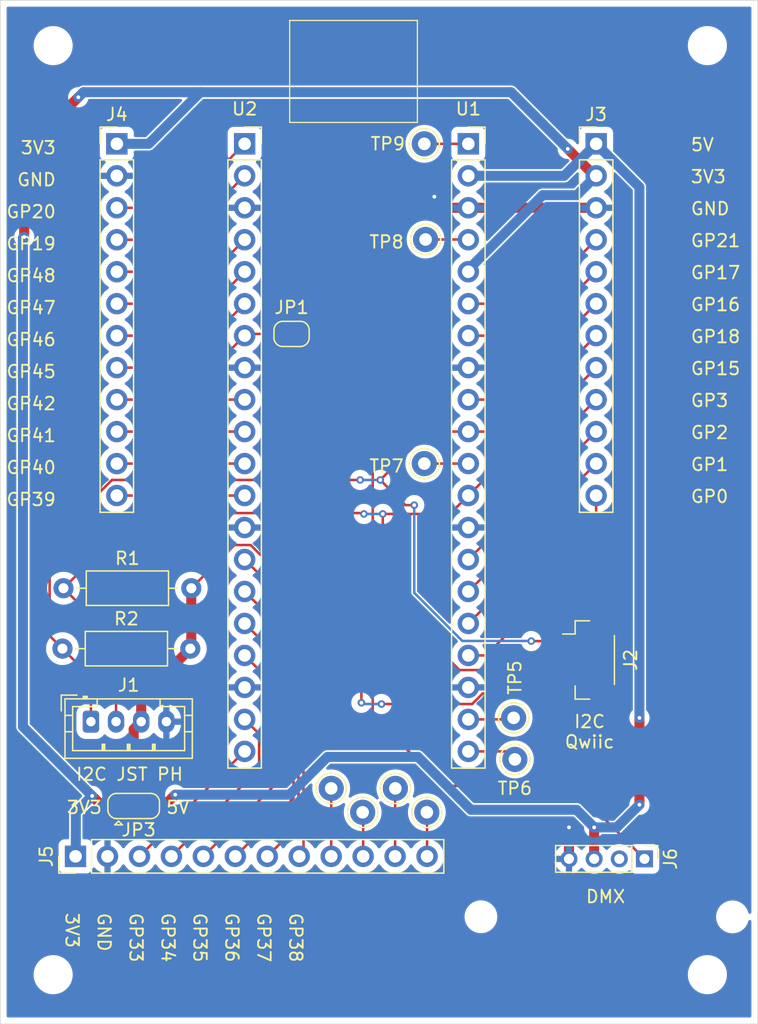
<source format=kicad_pcb>
(kicad_pcb (version 20240108) (generator "pcbnew") (generator_version "8.0")
  (layers (0 "F.Cu" signal) (31 "B.Cu" signal) (34 "B.Paste" user) (35 "F.Paste" user) (36 "B.SilkS" user "B.Silkscreen") (37 "F.SilkS" user "F.Silkscreen") (38 "B.Mask" user) (39 "F.Mask" user) (44 "Edge.Cuts" user))
  (net 0 "")
  (net 1 "+3V3")
  (net 2 "/GP2")
  (net 3 "GND")
  (net 4 "/GP15")
  (net 5 "/GP0")
  (net 6 "/GP18")
  (net 7 "/GP16")
  (net 8 "+5V")
  (net 9 "/GP1")
  (net 10 "/GP3")
  (net 11 "/GP17")
  (net 12 "/GP21")
  (net 13 "/GP20")
  (net 14 "/GP38")
  (net 15 "/GP41")
  (net 16 "/GP48")
  (net 17 "/GP34")
  (net 18 "/GP40")
  (net 19 "/GP36")
  (net 20 "/GP45")
  (net 21 "/GP37")
  (net 22 "/GP35")
  (net 23 "/GP42")
  (net 24 "/GP39")
  (net 25 "/GP47")
  (net 26 "/GP46")
  (net 27 "/GP19")
  (net 28 "/GP33")
  (net 29 "Net-(J6-Pin_1)")
  (net 31 "/I2C_VCC")
  (net 32 "Net-(J5-Pin_11)")
  (net 33 "Net-(J5-Pin_12)")
  (net 34 "Net-(J5-Pin_9)")
  (net 35 "Net-(J5-Pin_10)")
  (net 36 "Net-(U1-U0RXD)")
  (net 37 "Net-(U1-U0TXD)")
  (net 38 "Net-(U1-CHP_UP)")
  (net 39 "Net-(U1-3V3_EN)")
  (net 40 "Net-(U1-VBUS)")
  (footprint "MountingHole:MountingHole_2.7mm_M2.5_DIN965" (layer "F.Cu") (at 131 142)
    (property "Reference" "REF**" (hide yes))
    (property "Value" "MountingHole_2.7mm_M2.5_DIN965" (hide yes))
    (pad "" np_thru_hole circle (at 0 0) (size 2.7 2.7) (drill 2.7) (layers "F&B.Cu" "*.Mask"))
  )
  (footprint "TestPoint:TestPoint_THTPad_D2.0mm_Drill1.0mm" (layer "F.Cu") (at 108.5 76)
    (property "Reference" "TP9" (at -2.9 0 0) (layer "F.SilkS"))
    (property "Value" "TestPoint" (hide yes))
    (fp_circle (center 0 0) (end 0 1.2) (stroke (width 0.12)) (fill none) (layer "F.SilkS"))
    (pad "1" thru_hole circle (at 0 0) (size 2 2) (drill 1) (layers "*.Cu" "*.Mask") (net 40 "Net-(U1-VBUS)"))
  )
  (footprint "Resistor_THT:R_Axial_DIN0207_L6.3mm_D2.5mm_P10.16mm_Horizontal" (layer "F.Cu") (at 79.82 111.3)
    (property "Reference" "R1" (at 5.08 -2.37 0) (layer "F.SilkS"))
    (property "Value" "R")
    (fp_line (start 1.04 0) (end 1.81 0) (stroke (width 0.12)) (layer "F.SilkS"))
    (fp_line (start 1.81 -1.37) (end 1.81 1.37) (stroke (width 0.12)) (layer "F.SilkS"))
    (fp_line (start 1.81 1.37) (end 8.35 1.37) (stroke (width 0.12)) (layer "F.SilkS"))
    (fp_line (start 8.35 -1.37) (end 1.81 -1.37) (stroke (width 0.12)) (layer "F.SilkS"))
    (fp_line (start 8.35 1.37) (end 8.35 -1.37) (stroke (width 0.12)) (layer "F.SilkS"))
    (fp_line (start 9.12 0) (end 8.35 0) (stroke (width 0.12)) (layer "F.SilkS"))
    (pad "1" thru_hole circle (at 0 0) (size 1.6 1.6) (drill 0.8) (layers "*.Cu" "*.Mask") (net 4 "/GP15"))
    (pad "2" thru_hole oval (at 10.16 0) (size 1.6 1.6) (drill 0.8) (layers "*.Cu" "*.Mask") (net 31 "/I2C_VCC"))
  )
  (footprint "TestPoint:TestPoint_THTPad_D2.0mm_Drill1.0mm" (layer "F.Cu") (at 115.7 124.9)
    (property "Reference" "TP6" (at 0 2.3 0) (layer "F.SilkS"))
    (property "Value" "TestPoint" (hide yes))
    (fp_circle (center 0 0) (end 0 1.2) (stroke (width 0.12)) (fill none) (layer "F.SilkS"))
    (pad "1" thru_hole circle (at 0 0) (size 2 2) (drill 1) (layers "*.Cu" "*.Mask") (net 37 "Net-(U1-U0TXD)"))
  )
  (footprint "Connector_PinHeader_2.00mm:PinHeader_1x04_P2.00mm_Vertical" (layer "F.Cu") (at 126 132.8 -90)
    (property "Reference" "J6" (at 0 -2.06 90) (layer "F.SilkS"))
    (property "Value" "DMX_4PIN_2MM" (hide yes))
    (fp_line (start -1.06 7.06) (end 1.06 7.06) (stroke (width 0.12)) (layer "F.SilkS"))
    (fp_line (start -1.06 1) (end -1.06 7.06) (stroke (width 0.12)) (layer "F.SilkS"))
    (fp_line (start -1.06 1) (end 1.06 1) (stroke (width 0.12)) (layer "F.SilkS"))
    (fp_line (start 1.06 1) (end 1.06 7.06) (stroke (width 0.12)) (layer "F.SilkS"))
    (fp_line (start -1.06 0) (end -1.06 -1.06) (stroke (width 0.12)) (layer "F.SilkS"))
    (fp_line (start -1.06 -1.06) (end 0 -1.06) (stroke (width 0.12)) (layer "F.SilkS"))
    (pad "1" thru_hole rect (at 0 0 270) (size 1.35 1.35) (drill 0.8) (layers "*.Cu" "*.Mask") (net 29 "Net-(J6-Pin_1)"))
    (pad "2" thru_hole oval (at 0 2 270) (size 1.35 1.35) (drill 0.8) (layers "*.Cu" "*.Mask"))
    (pad "3" thru_hole oval (at 0 4 270) (size 1.35 1.35) (drill 0.8) (layers "*.Cu" "*.Mask") (net 8 "+5V"))
    (pad "4" thru_hole oval (at 0 6 270) (size 1.35 1.35) (drill 0.8) (layers "*.Cu" "*.Mask") (net 3 "GND"))
  )
  (footprint "Connector_PinSocket_2.54mm:PinSocket_1x20_P2.54mm_Vertical" (layer "F.Cu") (at 112 76)
    (property "Reference" "U1" (at 0 -2.77 0) (layer "F.SilkS"))
    (property "Value" "~")
    (fp_line (start -1.33 1.27) (end -1.33 49.59) (stroke (width 0.12)) (layer "F.SilkS"))
    (fp_line (start -1.33 1.27) (end 1.33 1.27) (stroke (width 0.12)) (layer "F.SilkS"))
    (fp_line (start -1.33 49.59) (end 1.33 49.59) (stroke (width 0.12)) (layer "F.SilkS"))
    (fp_line (start 0 -1.33) (end 1.33 -1.33) (stroke (width 0.12)) (layer "F.SilkS"))
    (fp_line (start 1.33 -1.33) (end 1.33 0) (stroke (width 0.12)) (layer "F.SilkS"))
    (fp_line (start 1.33 1.27) (end 1.33 49.59) (stroke (width 0.12)) (layer "F.SilkS"))
    (pad "1" thru_hole rect (at 0 0) (size 1.7 1.7) (drill 1) (layers "*.Cu" "*.Mask") (net 40 "Net-(U1-VBUS)"))
    (pad "2" thru_hole oval (at 0 2.54) (size 1.7 1.7) (drill 1) (layers "*.Cu" "*.Mask") (net 8 "+5V"))
    (pad "3" thru_hole oval (at 0 5.08) (size 1.7 1.7) (drill 1) (layers "*.Cu" "*.Mask") (net 3 "GND"))
    (pad "4" thru_hole oval (at 0 7.62) (size 1.7 1.7) (drill 1) (layers "*.Cu" "*.Mask") (net 39 "Net-(U1-3V3_EN)"))
    (pad "5" thru_hole oval (at 0 10.16) (size 1.7 1.7) (drill 1) (layers "*.Cu" "*.Mask") (net 1 "+3V3"))
    (pad "6" thru_hole oval (at 0 12.7) (size 1.7 1.7) (drill 1) (layers "*.Cu" "*.Mask") (net 12 "/GP21"))
    (pad "7" thru_hole oval (at 0 15.24) (size 1.7 1.7) (drill 1) (layers "*.Cu" "*.Mask") (net 11 "/GP17"))
    (pad "8" thru_hole oval (at 0 17.78) (size 1.7 1.7) (drill 1) (layers "*.Cu" "*.Mask") (net 3 "GND"))
    (pad "9" thru_hole oval (at 0 20.32) (size 1.7 1.7) (drill 1) (layers "*.Cu" "*.Mask") (net 7 "/GP16"))
    (pad "10" thru_hole oval (at 0 22.86) (size 1.7 1.7) (drill 1) (layers "*.Cu" "*.Mask") (net 6 "/GP18"))
    (pad "11" thru_hole oval (at 0 25.4) (size 1.7 1.7) (drill 1) (layers "*.Cu" "*.Mask") (net 38 "Net-(U1-CHP_UP)"))
    (pad "12" thru_hole oval (at 0 27.94) (size 1.7 1.7) (drill 1) (layers "*.Cu" "*.Mask") (net 4 "/GP15"))
    (pad "13" thru_hole oval (at 0 30.48) (size 1.7 1.7) (drill 1) (layers "*.Cu" "*.Mask") (net 3 "GND"))
    (pad "14" thru_hole oval (at 0 33.02) (size 1.7 1.7) (drill 1) (layers "*.Cu" "*.Mask") (net 10 "/GP3"))
    (pad "15" thru_hole oval (at 0 35.56) (size 1.7 1.7) (drill 1) (layers "*.Cu" "*.Mask") (net 2 "/GP2"))
    (pad "16" thru_hole oval (at 0 38.1) (size 1.7 1.7) (drill 1) (layers "*.Cu" "*.Mask") (net 9 "/GP1"))
    (pad "17" thru_hole oval (at 0 40.64) (size 1.7 1.7) (drill 1) (layers "*.Cu" "*.Mask") (net 5 "/GP0"))
    (pad "18" thru_hole oval (at 0 43.18) (size 1.7 1.7) (drill 1) (layers "*.Cu" "*.Mask") (net 3 "GND"))
    (pad "19" thru_hole oval (at 0 45.72) (size 1.7 1.7) (drill 1) (layers "*.Cu" "*.Mask") (net 36 "Net-(U1-U0RXD)"))
    (pad "20" thru_hole oval (at 0 48.26) (size 1.7 1.7) (drill 1) (layers "*.Cu" "*.Mask") (net 37 "Net-(U1-U0TXD)"))
  )
  (footprint "" (layer "F.Cu") (at 132.9961 137.408431 180)
    (property "Reference" "" (at 0 0 180) (layer "F.SilkS") (effects (font (size 1.27 1.27))))
    (property "Value" "")
    (pad "" np_thru_hole circle (at 0 0 270) (size 2.2 2.2) (drill 2.2) (layers "F&B.Cu" "*.Mask"))
  )
  (footprint "Connector_PinSocket_2.54mm:PinSocket_1x20_P2.54mm_Vertical" (layer "F.Cu") (at 94.22 76)
    (property "Reference" "U2" (at 0 -2.77 0) (layer "F.SilkS"))
    (property "Value" "~")
    (fp_line (start -1.33 1.27) (end -1.33 49.59) (stroke (width 0.12)) (layer "F.SilkS"))
    (fp_line (start -1.33 1.27) (end 1.33 1.27) (stroke (width 0.12)) (layer "F.SilkS"))
    (fp_line (start -1.33 49.59) (end 1.33 49.59) (stroke (width 0.12)) (layer "F.SilkS"))
    (fp_line (start 0 -1.33) (end 1.33 -1.33) (stroke (width 0.12)) (layer "F.SilkS"))
    (fp_line (start 1.33 -1.33) (end 1.33 0) (stroke (width 0.12)) (layer "F.SilkS"))
    (fp_line (start 1.33 1.27) (end 1.33 49.59) (stroke (width 0.12)) (layer "F.SilkS"))
    (pad "1" thru_hole rect (at 0 0) (size 1.7 1.7) (drill 1) (layers "*.Cu" "*.Mask") (net 13 "/GP20"))
    (pad "2" thru_hole oval (at 0 2.54) (size 1.7 1.7) (drill 1) (layers "*.Cu" "*.Mask") (net 27 "/GP19"))
    (pad "3" thru_hole oval (at 0 5.08) (size 1.7 1.7) (drill 1) (layers "*.Cu" "*.Mask") (net 3 "GND"))
    (pad "4" thru_hole oval (at 0 7.62) (size 1.7 1.7) (drill 1) (layers "*.Cu" "*.Mask") (net 16 "/GP48"))
    (pad "5" thru_hole oval (at 0 10.16) (size 1.7 1.7) (drill 1) (layers "*.Cu" "*.Mask") (net 25 "/GP47"))
    (pad "6" thru_hole oval (at 0 12.7) (size 1.7 1.7) (drill 1) (layers "*.Cu" "*.Mask") (net 26 "/GP46"))
    (pad "7" thru_hole oval (at 0 15.24) (size 1.7 1.7) (drill 1) (layers "*.Cu" "*.Mask") (net 20 "/GP45"))
    (pad "8" thru_hole oval (at 0 17.78) (size 1.7 1.7) (drill 1) (layers "*.Cu" "*.Mask") (net 3 "GND"))
    (pad "9" thru_hole oval (at 0 20.32) (size 1.7 1.7) (drill 1) (layers "*.Cu" "*.Mask") (net 23 "/GP42"))
    (pad "10" thru_hole oval (at 0 22.86) (size 1.7 1.7) (drill 1) (layers "*.Cu" "*.Mask") (net 15 "/GP41"))
    (pad "11" thru_hole oval (at 0 25.4) (size 1.7 1.7) (drill 1) (layers "*.Cu" "*.Mask") (net 18 "/GP40"))
    (pad "12" thru_hole oval (at 0 27.94) (size 1.7 1.7) (drill 1) (layers "*.Cu" "*.Mask") (net 24 "/GP39"))
    (pad "13" thru_hole oval (at 0 30.48) (size 1.7 1.7) (drill 1) (layers "*.Cu" "*.Mask") (net 3 "GND"))
    (pad "14" thru_hole oval (at 0 33.02) (size 1.7 1.7) (drill 1) (layers "*.Cu" "*.Mask") (net 14 "/GP38"))
    (pad "15" thru_hole oval (at 0 35.56) (size 1.7 1.7) (drill 1) (layers "*.Cu" "*.Mask") (net 21 "/GP37"))
    (pad "16" thru_hole oval (at 0 38.1) (size 1.7 1.7) (drill 1) (layers "*.Cu" "*.Mask") (net 19 "/GP36"))
    (pad "17" thru_hole oval (at 0 40.64) (size 1.7 1.7) (drill 1) (layers "*.Cu" "*.Mask") (net 22 "/GP35"))
    (pad "18" thru_hole oval (at 0 43.18) (size 1.7 1.7) (drill 1) (layers "*.Cu" "*.Mask") (net 3 "GND"))
    (pad "19" thru_hole oval (at 0 45.72) (size 1.7 1.7) (drill 1) (layers "*.Cu" "*.Mask") (net 17 "/GP34"))
    (pad "20" thru_hole oval (at 0 48.26) (size 1.7 1.7) (drill 1) (layers "*.Cu" "*.Mask") (net 28 "/GP33"))
  )
  (footprint "MountingHole:MountingHole_2.7mm_M2.5_DIN965" (layer "F.Cu") (at 131 68.2)
    (property "Reference" "REF**" (hide yes))
    (property "Value" "MountingHole_2.7mm_M2.5_DIN965" (hide yes))
    (pad "" np_thru_hole circle (at 0 0) (size 2.7 2.7) (drill 2.7) (layers "F&B.Cu" "*.Mask"))
  )
  (footprint "TestPoint:TestPoint_THTPad_D2.0mm_Drill1.0mm" (layer "F.Cu") (at 108.7 129.1)
    (property "Reference" "TP4" (hide yes))
    (property "Value" "TestPoint" (hide yes))
    (fp_circle (center 0 0) (end 0 1.2) (stroke (width 0.12)) (fill none) (layer "F.SilkS"))
    (pad "1" thru_hole circle (at 0 0) (size 2 2) (drill 1) (layers "*.Cu" "*.Mask") (net 33 "Net-(J5-Pin_12)"))
  )
  (footprint "Resistor_THT:R_Axial_DIN0207_L6.3mm_D2.5mm_P10.16mm_Horizontal" (layer "F.Cu") (at 79.74 116.1)
    (property "Reference" "R2" (at 5.08 -2.37 0) (layer "F.SilkS"))
    (property "Value" "R")
    (fp_line (start 1.04 0) (end 1.81 0) (stroke (width 0.12)) (layer "F.SilkS"))
    (fp_line (start 1.81 -1.37) (end 1.81 1.37) (stroke (width 0.12)) (layer "F.SilkS"))
    (fp_line (start 1.81 1.37) (end 8.35 1.37) (stroke (width 0.12)) (layer "F.SilkS"))
    (fp_line (start 8.35 -1.37) (end 1.81 -1.37) (stroke (width 0.12)) (layer "F.SilkS"))
    (fp_line (start 8.35 1.37) (end 8.35 -1.37) (stroke (width 0.12)) (layer "F.SilkS"))
    (fp_line (start 9.12 0) (end 8.35 0) (stroke (width 0.12)) (layer "F.SilkS"))
    (pad "1" thru_hole circle (at 0 0) (size 1.6 1.6) (drill 0.8) (layers "*.Cu" "*.Mask") (net 6 "/GP18"))
    (pad "2" thru_hole oval (at 10.16 0) (size 1.6 1.6) (drill 0.8) (layers "*.Cu" "*.Mask") (net 31 "/I2C_VCC"))
  )
  (footprint "TestPoint:TestPoint_THTPad_D2.0mm_Drill1.0mm" (layer "F.Cu") (at 106.2 127.2)
    (property "Reference" "TP3" (hide yes))
    (property "Value" "TestPoint" (hide yes))
    (fp_circle (center 0 0) (end 0 1.2) (stroke (width 0.12)) (fill none) (layer "F.SilkS"))
    (pad "1" thru_hole circle (at 0 0) (size 2 2) (drill 1) (layers "*.Cu" "*.Mask") (net 32 "Net-(J5-Pin_11)"))
  )
  (footprint "Connector_JST:JST_PH_B4B-PH-K_1x04_P2.00mm_Vertical" (layer "F.Cu") (at 82 121.9)
    (property "Reference" "J1" (at 3 -2.9 0) (layer "F.SilkS"))
    (property "Value" "JST_PH_4PIN" (hide yes))
    (fp_line (start -2.36 -2.11) (end -2.36 -0.86) (stroke (width 0.12)) (layer "F.SilkS"))
    (fp_line (start -2.06 -1.81) (end -2.06 2.91) (stroke (width 0.12)) (layer "F.SilkS"))
    (fp_line (start -2.06 -0.5) (end -1.45 -0.5) (stroke (width 0.12)) (layer "F.SilkS"))
    (fp_line (start -2.06 0.8) (end -1.45 0.8) (stroke (width 0.12)) (layer "F.SilkS"))
    (fp_line (start -2.06 2.91) (end 8.06 2.91) (stroke (width 0.12)) (layer "F.SilkS"))
    (fp_line (start -1.45 -1.2) (end -1.45 2.3) (stroke (width 0.12)) (layer "F.SilkS"))
    (fp_line (start -1.45 2.3) (end 7.45 2.3) (stroke (width 0.12)) (layer "F.SilkS"))
    (fp_line (start -1.11 -2.11) (end -2.36 -2.11) (stroke (width 0.12)) (layer "F.SilkS"))
    (fp_line (start -0.6 -2.01) (end -0.6 -1.81) (stroke (width 0.12)) (layer "F.SilkS"))
    (fp_line (start -0.3 -2.01) (end -0.6 -2.01) (stroke (width 0.12)) (layer "F.SilkS"))
    (fp_line (start -0.3 -1.91) (end -0.6 -1.91) (stroke (width 0.12)) (layer "F.SilkS"))
    (fp_line (start -0.3 -1.81) (end -0.3 -2.01) (stroke (width 0.12)) (layer "F.SilkS"))
    (fp_line (start 0.5 -1.81) (end 0.5 -1.2) (stroke (width 0.12)) (layer "F.SilkS"))
    (fp_line (start 0.5 -1.2) (end -1.45 -1.2) (stroke (width 0.12)) (layer "F.SilkS"))
    (fp_line (start 0.9 1.8) (end 1.1 1.8) (stroke (width 0.12)) (layer "F.SilkS"))
    (fp_line (start 0.9 2.3) (end 0.9 1.8) (stroke (width 0.12)) (layer "F.SilkS"))
    (fp_line (start 1 2.3) (end 1 1.8) (stroke (width 0.12)) (layer "F.SilkS"))
    (fp_line (start 1.1 1.8) (end 1.1 2.3) (stroke (width 0.12)) (layer "F.SilkS"))
    (fp_line (start 2.9 1.8) (end 3.1 1.8) (stroke (width 0.12)) (layer "F.SilkS"))
    (fp_line (start 2.9 2.3) (end 2.9 1.8) (stroke (width 0.12)) (layer "F.SilkS"))
    (fp_line (start 3 2.3) (end 3 1.8) (stroke (width 0.12)) (layer "F.SilkS"))
    (fp_line (start 3.1 1.8) (end 3.1 2.3) (stroke (width 0.12)) (layer "F.SilkS"))
    (fp_line (start 4.9 1.8) (end 5.1 1.8) (stroke (width 0.12)) (layer "F.SilkS"))
    (fp_line (start 4.9 2.3) (end 4.9 1.8) (stroke (width 0.12)) (layer "F.SilkS"))
    (fp_line (start 5 2.3) (end 5 1.8) (stroke (width 0.12)) (layer "F.SilkS"))
    (fp_line (start 5.1 1.8) (end 5.1 2.3) (stroke (width 0.12)) (layer "F.SilkS"))
    (fp_line (start 5.5 -1.2) (end 5.5 -1.81) (stroke (width 0.12)) (layer "F.SilkS"))
    (fp_line (start 7.45 -1.2) (end 5.5 -1.2) (stroke (width 0.12)) (layer "F.SilkS"))
    (fp_line (start 7.45 2.3) (end 7.45 -1.2) (stroke (width 0.12)) (layer "F.SilkS"))
    (fp_line (start 8.06 -1.81) (end -2.06 -1.81) (stroke (width 0.12)) (layer "F.SilkS"))
    (fp_line (start 8.06 -0.5) (end 7.45 -0.5) (stroke (width 0.12)) (layer "F.SilkS"))
    (fp_line (start 8.06 0.8) (end 7.45 0.8) (stroke (width 0.12)) (layer "F.SilkS"))
    (fp_line (start 8.06 2.91) (end 8.06 -1.81) (stroke (width 0.12)) (layer "F.SilkS"))
    (pad "1" thru_hole roundrect (at 0 0) (size 1.3 1.75) (drill 0.75) (layers "*.Cu" "*.Mask") (roundrect_rratio 0.208333) (net 6 "/GP18"))
    (pad "2" thru_hole oval (at 2 0) (size 1.3 1.75) (drill 0.75) (layers "*.Cu" "*.Mask") (net 4 "/GP15"))
    (pad "3" thru_hole oval (at 4 0) (size 1.3 1.75) (drill 0.75) (layers "*.Cu" "*.Mask") (net 31 "/I2C_VCC"))
    (pad "4" thru_hole oval (at 6 0) (size 1.3 1.75) (drill 0.75) (layers "*.Cu" "*.Mask") (net 3 "GND"))
  )
  (footprint "TestPoint:TestPoint_THTPad_D2.0mm_Drill1.0mm" (layer "F.Cu") (at 108.6 83.6)
    (property "Reference" "TP8" (at -3.1 0.2 0) (layer "F.SilkS"))
    (property "Value" "TestPoint" (hide yes))
    (fp_circle (center 0 0) (end 0 1.2) (stroke (width 0.12)) (fill none) (layer "F.SilkS"))
    (pad "1" thru_hole circle (at 0 0) (size 2 2) (drill 1) (layers "*.Cu" "*.Mask") (net 39 "Net-(U1-3V3_EN)"))
  )
  (footprint "Jumper:SolderJumper-2_P1.3mm_Bridged_RoundedPad1.0x1.5mm" (layer "F.Cu") (at 97.95 91.1 180)
    (property "Reference" "JP1" (at 0 2.1 180) (layer "F.SilkS"))
    (property "Value" "SolderJumper_2_Bridged" (hide yes))
    (fp_poly (pts (xy 0.25 -0.3) (xy -0.25 -0.3) (xy -0.25 0.3) (xy 0.25 0.3)) (fill solid) (layer "F.Cu"))
    (fp_line (start 1.4 -0.3) (end 1.4 0.3) (stroke (width 0.12)) (layer "F.SilkS"))
    (fp_line (start 0.7 1) (end -0.7 1) (stroke (width 0.12)) (layer "F.SilkS"))
    (fp_line (start -0.7 -1) (end 0.7 -1) (stroke (width 0.12)) (layer "F.SilkS"))
    (fp_line (start -1.4 0.3) (end -1.4 -0.3) (stroke (width 0.12)) (layer "F.SilkS"))
    (fp_arc (start 1.4 0.3) (mid 1.194975 0.794975) (end 0.7 1) (stroke (width 0.12)) (layer "F.SilkS"))
    (fp_arc (start 0.7 -1) (mid 1.194975 -0.794975) (end 1.4 -0.3) (stroke (width 0.12)) (layer "F.SilkS"))
    (fp_arc (start -0.7 1) (mid -1.194975 0.794975) (end -1.4 0.3) (stroke (width 0.12)) (layer "F.SilkS"))
    (fp_arc (start -1.4 -0.3) (mid -1.194975 -0.794975) (end -0.7 -1) (stroke (width 0.12)) (layer "F.SilkS"))
    (pad "1" smd custom (at -0.65 0 180) (size 1 0.5) (layers "F.Cu" "F.Mask") (net 29 "Net-(J6-Pin_1)") (options (clearance outline) (anchor rect)) (primitives (gr_circle (center 0 0.25) (end 0.5 0.25) (width 0) (fill yes)) (gr_circle (center 0 -0.25) (end 0.5 -0.25) (width 0) (fill yes)) (gr_poly (pts (xy 0.5 0.75) (xy 0 0.75) (xy 0 -0.75) (xy 0.5 -0.75)) (width 0) (fill yes))))
    (pad "2" smd custom (at 0.65 0 180) (size 1 0.5) (layers "F.Cu" "F.Mask") (net 20 "/GP45") (options (clearance outline) (anchor rect)) (primitives (gr_circle (center 0 0.25) (end 0.5 0.25) (width 0) (fill yes)) (gr_circle (center 0 -0.25) (end 0.5 -0.25) (width 0) (fill yes)) (gr_poly (pts (xy 0 0.75) (xy -0.5 0.75) (xy -0.5 -0.75) (xy 0 -0.75)) (width 0) (fill yes))))
  )
  (footprint "MountingHole:MountingHole_2.7mm_M2.5_DIN965" (layer "F.Cu") (at 79 68.2)
    (property "Reference" "REF**" (hide yes))
    (property "Value" "MountingHole_2.7mm_M2.5_DIN965" (hide yes))
    (pad "" np_thru_hole circle (at 0 0) (size 2.7 2.7) (drill 2.7) (layers "*.Cu" "*.Mask"))
  )
  (footprint "TestPoint:TestPoint_THTPad_D2.0mm_Drill1.0mm" (layer "F.Cu") (at 108.5 101.4)
    (property "Reference" "TP7" (at -3 0.2 0) (layer "F.SilkS"))
    (property "Value" "TestPoint" (hide yes))
    (fp_circle (center 0 0) (end 0 1.2) (stroke (width 0.12)) (fill none) (layer "F.SilkS"))
    (pad "1" thru_hole circle (at 0 0) (size 2 2) (drill 1) (layers "*.Cu" "*.Mask") (net 38 "Net-(U1-CHP_UP)"))
  )
  (footprint "MountingHole:MountingHole_2.7mm_M2.5_DIN965" (layer "F.Cu") (at 79 142)
    (property "Reference" "REF**" (hide yes))
    (property "Value" "MountingHole_2.7mm_M2.5_DIN965" (hide yes))
    (pad "" np_thru_hole circle (at 0 0) (size 2.7 2.7) (drill 2.7) (layers "F&B.Cu" "*.Mask"))
  )
  (footprint "TestPoint:TestPoint_THTPad_D2.0mm_Drill1.0mm" (layer "F.Cu") (at 103.6 129.1)
    (property "Reference" "TP2" (hide yes))
    (property "Value" "TestPoint" (hide yes))
    (fp_circle (center 0 0) (end 0 1.2) (stroke (width 0.12)) (fill none) (layer "F.SilkS"))
    (pad "1" thru_hole circle (at 0 0) (size 2 2) (drill 1) (layers "*.Cu" "*.Mask") (net 35 "Net-(J5-Pin_10)"))
  )
  (footprint "Connector_JST:JST_SH_BM04B-SRSS-TB_1x04-1MP_P1.00mm_Vertical" (layer "F.Cu") (at 121.6 117 -90)
    (property "Reference" "J2" (at 0 -3.3 90) (layer "F.SilkS"))
    (property "Value" "JST_SH_4PIN")
    (fp_line (start -3.11 1.11) (end -2.06 1.11) (stroke (width 0.12)) (layer "F.SilkS"))
    (fp_line (start -2.06 1.11) (end -2.06 2.1) (stroke (width 0.12)) (layer "F.SilkS"))
    (fp_line (start 3.11 1.11) (end 2.06 1.11) (stroke (width 0.12)) (layer "F.SilkS"))
    (fp_line (start -3.11 -0.04) (end -3.11 1.11) (stroke (width 0.12)) (layer "F.SilkS"))
    (fp_line (start 3.11 -0.04) (end 3.11 1.11) (stroke (width 0.12)) (layer "F.SilkS"))
    (fp_line (start -1.94 -2.01) (end 1.94 -2.01) (stroke (width 0.12)) (layer "F.SilkS"))
    (pad "1" smd roundrect (at -1.5 1.325 270) (size 0.6 1.55) (layers "F.Cu" "F.Paste" "F.Mask") (net 6 "/GP18"))
    (pad "2" smd roundrect (at -0.5 1.325 270) (size 0.6 1.55) (layers "F.Cu" "F.Paste" "F.Mask") (net 4 "/GP15"))
    (pad "3" smd roundrect (at 0.5 1.325 270) (size 0.6 1.55) (layers "F.Cu" "F.Paste" "F.Mask") (net 31 "/I2C_VCC"))
    (pad "4" smd roundrect (at 1.5 1.325 270) (size 0.6 1.55) (layers "F.Cu" "F.Paste" "F.Mask") (net 3 "GND"))
    (pad "MP" smd roundrect (at -2.8 -1.2 270) (size 1.2 1.8) (layers "F.Cu" "F.Paste" "F.Mask") (roundrect_rratio 0.208333))
    (pad "MP" smd roundrect (at 2.8 -1.2 270) (size 1.2 1.8) (layers "F.Cu" "F.Paste" "F.Mask") (roundrect_rratio 0.208333))
  )
  (footprint "" (layer "F.Cu") (at 113.000517 137.399351 180)
    (property "Reference" "" (at 0 0 180) (layer "F.SilkS") (effects (font (size 1.27 1.27))))
    (property "Value" "")
    (pad "" np_thru_hole circle (at 0 0 270) (size 2.2 2.2) (drill 2.2) (layers "F&B.Cu" "*.Mask"))
  )
  (footprint "Connector_PinHeader_2.54mm:PinHeader_1x12_P2.54mm_Vertical" (layer "F.Cu") (at 122.16 76)
    (property "Reference" "J3" (at 0 -2.33 0) (layer "F.SilkS"))
    (property "Value" "IO1")
    (fp_line (start -1.33 -1.33) (end 0 -1.33) (stroke (width 0.12)) (layer "F.SilkS"))
    (fp_line (start -1.33 0) (end -1.33 -1.33) (stroke (width 0.12)) (layer "F.SilkS"))
    (fp_line (start -1.33 1.27) (end -1.33 29.27) (stroke (width 0.12)) (layer "F.SilkS"))
    (fp_line (start -1.33 1.27) (end 1.33 1.27) (stroke (width 0.12)) (layer "F.SilkS"))
    (fp_line (start -1.33 29.27) (end 1.33 29.27) (stroke (width 0.12)) (layer "F.SilkS"))
    (fp_line (start 1.33 1.27) (end 1.33 29.27) (stroke (width 0.12)) (layer "F.SilkS"))
    (pad "1" thru_hole rect (at 0 0) (size 1.7 1.7) (drill 1) (layers "*.Cu" "*.Mask") (net 8 "+5V"))
    (pad "2" thru_hole oval (at 0 2.54) (size 1.7 1.7) (drill 1) (layers "*.Cu" "*.Mask") (net 1 "+3V3"))
    (pad "3" thru_hole oval (at 0 5.08) (size 1.7 1.7) (drill 1) (layers "*.Cu" "*.Mask") (net 3 "GND"))
    (pad "4" thru_hole oval (at 0 7.62) (size 1.7 1.7) (drill 1) (layers "*.Cu" "*.Mask") (net 12 "/GP21"))
    (pad "5" thru_hole oval (at 0 10.16) (size 1.7 1.7) (drill 1) (layers "*.Cu" "*.Mask") (net 11 "/GP17"))
    (pad "6" thru_hole oval (at 0 12.7) (size 1.7 1.7) (drill 1) (layers "*.Cu" "*.Mask") (net 7 "/GP16"))
    (pad "7" thru_hole oval (at 0 15.24) (size 1.7 1.7) (drill 1) (layers "*.Cu" "*.Mask") (net 6 "/GP18"))
    (pad "8" thru_hole oval (at 0 17.78) (size 1.7 1.7) (drill 1) (layers "*.Cu" "*.Mask") (net 4 "/GP15"))
    (pad "9" thru_hole oval (at 0 20.32) (size 1.7 1.7) (drill 1) (layers "*.Cu" "*.Mask") (net 10 "/GP3"))
    (pad "10" thru_hole oval (at 0 22.86) (size 1.7 1.7) (drill 1) (layers "*.Cu" "*.Mask") (net 2 "/GP2"))
    (pad "11" thru_hole oval (at 0 25.4) (size 1.7 1.7) (drill 1) (layers "*.Cu" "*.Mask") (net 9 "/GP1"))
    (pad "12" thru_hole oval (at 0 27.94) (size 1.7 1.7) (drill 1) (layers "*.Cu" "*.Mask") (net 5 "/GP0"))
  )
  (footprint "TestPoint:TestPoint_THTPad_D2.0mm_Drill1.0mm" (layer "F.Cu") (at 101.1 127.2)
    (property "Reference" "TP1" (hide yes))
    (property "Value" "TestPoint" (hide yes))
    (fp_circle (center 0 0) (end 0 1.2) (stroke (width 0.12)) (fill none) (layer "F.SilkS"))
    (pad "1" thru_hole circle (at 0 0) (size 2 2) (drill 1) (layers "*.Cu" "*.Mask") (net 34 "Net-(J5-Pin_9)"))
  )
  (footprint "Connector_PinHeader_2.54mm:PinHeader_1x12_P2.54mm_Vertical" (layer "F.Cu") (at 84.06 76)
    (property "Reference" "J4" (at 0 -2.33 0) (layer "F.SilkS"))
    (property "Value" "IO2")
    (fp_line (start -1.33 -1.33) (end 0 -1.33) (stroke (width 0.12)) (layer "F.SilkS"))
    (fp_line (start -1.33 0) (end -1.33 -1.33) (stroke (width 0.12)) (layer "F.SilkS"))
    (fp_line (start -1.33 1.27) (end -1.33 29.27) (stroke (width 0.12)) (layer "F.SilkS"))
    (fp_line (start -1.33 1.27) (end 1.33 1.27) (stroke (width 0.12)) (layer "F.SilkS"))
    (fp_line (start -1.33 29.27) (end 1.33 29.27) (stroke (width 0.12)) (layer "F.SilkS"))
    (fp_line (start 1.33 1.27) (end 1.33 29.27) (stroke (width 0.12)) (layer "F.SilkS"))
    (pad "1" thru_hole rect (at 0 0) (size 1.7 1.7) (drill 1) (layers "*.Cu" "*.Mask") (net 1 "+3V3"))
    (pad "2" thru_hole oval (at 0 2.54) (size 1.7 1.7) (drill 1) (layers "*.Cu" "*.Mask") (net 3 "GND"))
    (pad "3" thru_hole oval (at 0 5.08) (size 1.7 1.7) (drill 1) (layers "*.Cu" "*.Mask") (net 13 "/GP20"))
    (pad "4" thru_hole oval (at 0 7.62) (size 1.7 1.7) (drill 1) (layers "*.Cu" "*.Mask") (net 27 "/GP19"))
    (pad "5" thru_hole oval (at 0 10.16) (size 1.7 1.7) (drill 1) (layers "*.Cu" "*.Mask") (net 16 "/GP48"))
    (pad "6" thru_hole oval (at 0 12.7) (size 1.7 1.7) (drill 1) (layers "*.Cu" "*.Mask") (net 25 "/GP47"))
    (pad "7" thru_hole oval (at 0 15.24) (size 1.7 1.7) (drill 1) (layers "*.Cu" "*.Mask") (net 26 "/GP46"))
    (pad "8" thru_hole oval (at 0 17.78) (size 1.7 1.7) (drill 1) (layers "*.Cu" "*.Mask") (net 20 "/GP45"))
    (pad "9" thru_hole oval (at 0 20.32) (size 1.7 1.7) (drill 1) (layers "*.Cu" "*.Mask") (net 23 "/GP42"))
    (pad "10" thru_hole oval (at 0 22.86) (size 1.7 1.7) (drill 1) (layers "*.Cu" "*.Mask") (net 15 "/GP41"))
    (pad "11" thru_hole oval (at 0 25.4) (size 1.7 1.7) (drill 1) (layers "*.Cu" "*.Mask") (net 18 "/GP40"))
    (pad "12" thru_hole oval (at 0 27.94) (size 1.7 1.7) (drill 1) (layers "*.Cu" "*.Mask") (net 24 "/GP39"))
  )
  (footprint "Connector_PinHeader_2.54mm:PinHeader_1x12_P2.54mm_Vertical" (layer "F.Cu") (at 80.78 132.6 90)
    (property "Reference" "J5" (at 0 -2.33 -90) (layer "F.SilkS"))
    (property "Value" "IO3")
    (fp_line (start -1.33 -1.33) (end 0 -1.33) (stroke (width 0.12)) (layer "F.SilkS"))
    (fp_line (start -1.33 0) (end -1.33 -1.33) (stroke (width 0.12)) (layer "F.SilkS"))
    (fp_line (start 1.33 1.27) (end 1.33 29.27) (stroke (width 0.12)) (layer "F.SilkS"))
    (fp_line (start -1.33 1.27) (end 1.33 1.27) (stroke (width 0.12)) (layer "F.SilkS"))
    (fp_line (start -1.33 1.27) (end -1.33 29.27) (stroke (width 0.12)) (layer "F.SilkS"))
    (fp_line (start -1.33 29.27) (end 1.33 29.27) (stroke (width 0.12)) (layer "F.SilkS"))
    (pad "1" thru_hole rect (at 0 0 90) (size 1.7 1.7) (drill 1) (layers "*.Cu" "*.Mask") (net 1 "+3V3"))
    (pad "2" thru_hole oval (at 0 2.54 90) (size 1.7 1.7) (drill 1) (layers "*.Cu" "*.Mask") (net 3 "GND"))
    (pad "3" thru_hole oval (at 0 5.08 90) (size 1.7 1.7) (drill 1) (layers "*.Cu" "*.Mask") (net 28 "/GP33"))
    (pad "4" thru_hole oval (at 0 7.62 90) (size 1.7 1.7) (drill 1) (layers "*.Cu" "*.Mask") (net 17 "/GP34"))
    (pad "5" thru_hole oval (at 0 10.16 90) (size 1.7 1.7) (drill 1) (layers "*.Cu" "*.Mask") (net 22 "/GP35"))
    (pad "6" thru_hole oval (at 0 12.7 90) (size 1.7 1.7) (drill 1) (layers "*.Cu" "*.Mask") (net 19 "/GP36"))
    (pad "7" thru_hole oval (at 0 15.24 90) (size 1.7 1.7) (drill 1) (layers "*.Cu" "*.Mask") (net 21 "/GP37"))
    (pad "8" thru_hole oval (at 0 17.78 90) (size 1.7 1.7) (drill 1) (layers "*.Cu" "*.Mask") (net 14 "/GP38"))
    (pad "9" thru_hole oval (at 0 20.32 90) (size 1.7 1.7) (drill 1) (layers "*.Cu" "*.Mask") (net 34 "Net-(J5-Pin_9)"))
    (pad "10" thru_hole oval (at 0 22.86 90) (size 1.7 1.7) (drill 1) (layers "*.Cu" "*.Mask") (net 35 "Net-(J5-Pin_10)"))
    (pad "11" thru_hole oval (at 0 25.4 90) (size 1.7 1.7) (drill 1) (layers "*.Cu" "*.Mask") (net 32 "Net-(J5-Pin_11)"))
    (pad "12" thru_hole oval (at 0 27.94 90) (size 1.7 1.7) (drill 1) (layers "*.Cu" "*.Mask") (net 33 "Net-(J5-Pin_12)"))
  )
  (footprint "Jumper:SolderJumper-3_P1.3mm_Open_RoundedPad1.0x1.5mm" (layer "F.Cu") (at 85.4 128.6)
    (property "Reference" "JP3" (at 0.4 1.9 0) (layer "F.SilkS"))
    (property "Value" "SolderJumper_3_Open" (hide yes))
    (fp_line (start -2.05 0.3) (end -2.05 -0.3) (stroke (width 0.12)) (layer "F.SilkS"))
    (fp_line (start -1.5 1.5) (end -0.9 1.5) (stroke (width 0.12)) (layer "F.SilkS"))
    (fp_line (start -1.4 -1) (end 1.4 -1) (stroke (width 0.12)) (layer "F.SilkS"))
    (fp_line (start -1.2 1.2) (end -1.5 1.5) (stroke (width 0.12)) (layer "F.SilkS"))
    (fp_line (start -1.2 1.2) (end -0.9 1.5) (stroke (width 0.12)) (layer "F.SilkS"))
    (fp_line (start 1.4 1) (end -1.4 1) (stroke (width 0.12)) (layer "F.SilkS"))
    (fp_line (start 2.05 -0.3) (end 2.05 0.3) (stroke (width 0.12)) (layer "F.SilkS"))
    (fp_arc (start -2.05 -0.3) (mid -1.844975 -0.794975) (end -1.35 -1) (stroke (width 0.12)) (layer "F.SilkS"))
    (fp_arc (start -1.35 1) (mid -1.844975 0.794975) (end -2.05 0.3) (stroke (width 0.12)) (layer "F.SilkS"))
    (fp_arc (start 1.35 -1) (mid 1.844975 -0.794975) (end 2.05 -0.3) (stroke (width 0.12)) (layer "F.SilkS"))
    (fp_arc (start 2.05 0.3) (mid 1.844975 0.794975) (end 1.35 1) (stroke (width 0.12)) (layer "F.SilkS"))
    (pad "1" smd custom (at -1.3 0) (size 1 0.5) (layers "F.Cu" "F.Mask") (net 1 "+3V3") (options (clearance outline) (anchor rect)) (primitives (gr_circle (center 0 0.25) (end 0.5 0.25) (width 0) (fill yes)) (gr_circle (center 0 -0.25) (end 0.5 -0.25) (width 0) (fill yes)) (gr_poly (pts (xy 0.55 0.75) (xy 0 0.75) (xy 0 -0.75) (xy 0.55 -0.75)) (width 0) (fill yes))))
    (pad "2" smd rect (at 0 0) (size 1 1.5) (layers "F.Cu" "F.Mask") (net 31 "/I2C_VCC"))
    (pad "3" smd custom (at 1.3 0) (size 1 0.5) (layers "F.Cu" "F.Mask") (net 8 "+5V") (options (clearance outline) (anchor rect)) (primitives (gr_circle (center 0 0.25) (end 0.5 0.25) (width 0) (fill yes)) (gr_circle (center 0 -0.25) (end 0.5 -0.25) (width 0) (fill yes)) (gr_poly (pts (xy 0 0.75) (xy -0.55 0.75) (xy -0.55 -0.75) (xy 0 -0.75)) (width 0) (fill yes))))
  )
  (footprint "TestPoint:TestPoint_THTPad_D2.0mm_Drill1.0mm" (layer "F.Cu") (at 115.6 121.6)
    (property "Reference" "TP5" (at 0.1 -3.2 -90) (layer "F.SilkS"))
    (property "Value" "TestPoint" (hide yes))
    (fp_circle (center 0 0) (end 0 1.2) (stroke (width 0.12)) (fill none) (layer "F.SilkS"))
    (pad "1" thru_hole circle (at 0 0) (size 2 2) (drill 1) (layers "*.Cu" "*.Mask") (net 36 "Net-(U1-U0RXD)"))
  )
  (gr_line (start 97.8 66.2) (end 97.8 74.3) (stroke (width 0.1)) (layer "F.SilkS"))
  (gr_line (start 107.95 66.2) (end 97.8 66.2) (stroke (width 0.1)) (layer "F.SilkS"))
  (gr_line (start 97.8 74.3) (end 107.95 74.3) (stroke (width 0.1)) (layer "F.SilkS"))
  (gr_line (start 97.8 66.3) (end 97.8 66.4) (stroke (width 0.1)) (layer "F.SilkS"))
  (gr_line (start 107.95 74.3) (end 107.95 66.2) (stroke (width 0.1)) (layer "F.SilkS"))
  (gr_rect (start 74.8 64.6) (end 135 145.9) (stroke (width 0.05)) (fill none) (layer "Edge.Cuts"))
  (gr_text "GP37" (at 95.16 137 270) (layer "F.SilkS") (effects (font (size 1 1)) (justify left bottom)))
  (gr_text "GP40" (at 79.3 102.3 0) (layer "F.SilkS") (effects (font (size 1 1)) (justify right bottom)))
  (gr_text "GP33" (at 85 137 270) (layer "F.SilkS") (effects (font (size 1 1)) (justify left bottom)))
  (gr_text "GP20" (at 79.3 81.98 0) (layer "F.SilkS") (effects (font (size 1 1)) (justify right bottom)))
  (gr_text "3V3" (at 129.6 79.2 0) (layer "F.SilkS") (effects (font (size 1 1)) (justify left bottom)))
  (gr_text "GP39" (at 79.3 104.84 0) (layer "F.SilkS") (effects (font (size 1 1)) (justify right bottom)))
  (gr_text "GP18" (at 129.6 91.9 0) (layer "F.SilkS") (effects (font (size 1 1)) (justify left bottom)))
  (gr_text "GP45" (at 79.3 94.68 0) (layer "F.SilkS") (effects (font (size 1 1)) (justify right bottom)))
  (gr_text "GND" (at 82.46 137 270) (layer "F.SilkS") (effects (font (size 1 1)) (justify left bottom)))
  (gr_text "GP42" (at 79.3 97.22 0) (layer "F.SilkS") (effects (font (size 1 1)) (justify right bottom)))
  (gr_text "GP34" (at 87.54 137 270) (layer "F.SilkS") (effects (font (size 1 1)) (justify left bottom)))
  (gr_text "GP0" (at 129.6 104.6 0) (layer "F.SilkS") (effects (font (size 1 1)) (justify left bottom)))
  (gr_text "3V3" (at 80 129.3 0) (layer "F.SilkS") (effects (font (size 1 1)) (justify left bottom)))
  (gr_text "DMX" (at 121.259523 136.381058 0) (layer "F.SilkS") (effects (font (size 1 1)) (justify left bottom)))
  (gr_text "GP36" (at 92.62 137 270) (layer "F.SilkS") (effects (font (size 1 1)) (justify left bottom)))
  (gr_text "5V" (at 87.9 129.3 0) (layer "F.SilkS") (effects (font (size 1 1)) (justify left bottom)))
  (gr_text "GP3" (at 129.6 96.98 0) (layer "F.SilkS") (effects (font (size 1 1)) (justify left bottom)))
  (gr_text "GP48" (at 79.3 87.06 0) (layer "F.SilkS") (effects (font (size 1 1)) (justify right bottom)))
  (gr_text "GP35" (at 90.08 137 270) (layer "F.SilkS") (effects (font (size 1 1)) (justify left bottom)))
  (gr_text "GND" (at 129.6 81.74 0) (layer "F.SilkS") (effects (font (size 1 1)) (justify left bottom)))
  (gr_text "GP21" (at 129.6 84.28 0) (layer "F.SilkS") (effects (font (size 1 1)) (justify left bottom)))
  (gr_text "GP15" (at 129.6 94.44 0) (layer "F.SilkS") (effects (font (size 1 1)) (justify left bottom)))
  (gr_text "3V3" (at 79.3 76.9 0) (layer "F.SilkS") (effects (font (size 1 1)) (justify right bottom)))
  (gr_text "GP38" (at 97.7 137 270) (layer "F.SilkS") (effects (font (size 1 1)) (justify left bottom)))
  (gr_text "3V3" (at 79.92 137 270) (layer "F.SilkS") (effects (font (size 1 1)) (justify left bottom)))
  (gr_text "I2C\nQwiic" (at 121.636748 124.092864 0) (layer "F.SilkS") (effects (font (size 1 1)) (justify bottom)))
  (gr_text "5V" (at 129.6 76.66 0) (layer "F.SilkS") (effects (font (size 1 1)) (justify left bottom)))
  (gr_text "GND" (at 79.3 79.44 0) (layer "F.SilkS") (effects (font (size 1 1)) (justify right bottom)))
  (gr_text "GP46" (at 79.3 92.14 0) (layer "F.SilkS") (effects (font (size 1 1)) (justify right bottom)))
  (gr_text "GP1" (at 129.6 102.06 0) (layer "F.SilkS") (effects (font (size 1 1)) (justify left bottom)))
  (gr_text "GP19" (at 79.3 84.52 0) (layer "F.SilkS") (effects (font (size 1 1)) (justify right bottom)))
  (gr_text "GP41" (at 79.3 99.76 0) (layer "F.SilkS") (effects (font (size 1 1)) (justify right bottom)))
  (gr_text "GP16" (at 129.6 89.36 0) (layer "F.SilkS") (effects (font (size 1 1)) (justify left bottom)))
  (gr_text "GP17" (at 129.6 86.82 0) (layer "F.SilkS") (effects (font (size 1 1)) (justify left bottom)))
  (gr_text "GP47" (at 79.3 89.6 0) (layer "F.SilkS") (effects (font (size 1 1)) (justify right bottom)))
  (gr_text "I2C JST PH" (at 85.074453 126.664463 0) (layer "F.SilkS") (effects (font (size 1 1)) (justify bottom)))
  (gr_text "GP2" (at 129.6 99.52 0) (layer "F.SilkS") (effects (font (size 1 1)) (justify left bottom)))
  (segment (start 82.9 128.6) (end 82.7 128.4) (width 0.8) (layer "F.Cu") (net 1))
  (segment (start 119.9 76.4) (end 122.04 78.54) (width 0.8) (layer "F.Cu") (net 1))
  (segment (start 82.7 128.4) (end 82.3 128) (width 0.8) (layer "F.Cu") (net 1))
  (segment (start 84.1 128.6) (end 82.9 128.6) (width 0.8) (layer "F.Cu") (net 1))
  (segment (start 82.3 128) (end 82.1 127.8) (width 0.8) (layer "F.Cu") (net 1))
  (segment (start 76.7 76.6) (end 81 72.3) (width 0.8) (layer "F.Cu") (net 1))
  (segment (start 76.7 83.4) (end 76.7 76.6) (width 0.8) (layer "F.Cu") (net 1))
  (segment (start 122.04 78.54) (end 122.16 78.54) (width 0.8) (layer "F.Cu") (net 1))
  (via (at 76.7 83.4) (size 0.6) (drill 0.3) (layers "F.Cu" "B.Cu") (net 1))
  (via (at 81 72.3) (size 0.6) (drill 0.3) (layers "F.Cu" "B.Cu") (net 1))
  (via (at 119.9 76.4) (size 0.6) (drill 0.3) (layers "F.Cu" "B.Cu") (net 1))
  (via (at 82.1 127.8) (size 0.6) (drill 0.3) (layers "F.Cu" "B.Cu") (net 1))
  (segment (start 119.9 76.4) (end 115.4 71.9) (width 0.8) (layer "B.Cu") (net 1))
  (segment (start 76.64 83.46) (end 76.7 83.4) (width 0.8) (layer "B.Cu") (net 1))
  (segment (start 117.905787 80.079999) (end 120.62 80.08) (width 0.8) (layer "B.Cu") (net 1))
  (segment (start 120.62 80.08) (end 122.16 78.54) (width 0.8) (layer "B.Cu") (net 1))
  (segment (start 76.6 122.3) (end 76.6 83.46) (width 0.8) (layer "B.Cu") (net 1))
  (segment (start 112 85.985786) (end 117.905787 80.079999) (width 0.8) (layer "B.Cu") (net 1))
  (segment (start 84.06 76) (end 86.6 76) (width 0.8) (layer "B.Cu") (net 1))
  (segment (start 115.4 71.9) (end 90.7 71.9) (width 0.8) (layer "B.Cu") (net 1))
  (segment (start 81.4 71.9) (end 90.7 71.9) (width 0.8) (layer "B.Cu") (net 1))
  (segment (start 80.8 129.1) (end 80.8 132.58) (width 0.8) (layer "B.Cu") (net 1))
  (segment (start 81 72.3) (end 81.4 71.9) (width 0.8) (layer "B.Cu") (net 1))
  (segment (start 86.6 76) (end 90.7 71.9) (width 0.8) (layer "B.Cu") (net 1))
  (segment (start 82.1 127.8) (end 80.8 129.1) (width 0.8) (layer "B.Cu") (net 1))
  (segment (start 122.04 78.54) (end 122.16 78.54) (width 0.8) (layer "B.Cu") (net 1))
  (segment (start 112 86.16) (end 112 85.985786) (width 0.8) (layer "B.Cu") (net 1))
  (segment (start 76.6 83.46) (end 76.64 83.46) (width 0.8) (layer "B.Cu") (net 1))
  (segment (start 82.1 127.8) (end 76.6 122.3) (width 0.8) (layer "B.Cu") (net 1))
  (segment (start 80.8 132.58) (end 80.78 132.6) (width 0.8) (layer "B.Cu") (net 1))
  (segment (start 112 111.56) (end 116.86 106.7) (width 0.2) (layer "F.Cu") (net 2))
  (segment (start 116.86 106.7) (end 116.9 106.7) (width 0.2) (layer "F.Cu") (net 2))
  (segment (start 116.9 106.7) (end 116.9 104.12) (width 0.2) (layer "F.Cu") (net 2))
  (segment (start 116.9 104.12) (end 122.16 98.86) (width 0.2) (layer "F.Cu") (net 2))
  (segment (start 110.18 81.08) (end 109.3 80.2) (width 0.8) (layer "F.Cu") (net 3))
  (segment (start 112 81.08) (end 110.18 81.08) (width 0.8) (layer "F.Cu") (net 3))
  (segment (start 119.595 119.18) (end 120.275 118.5) (width 0.2) (layer "F.Cu") (net 3))
  (segment (start 120 132.8) (end 120 130.3) (width 0.8) (layer "F.Cu") (net 3))
  (segment (start 112 119.18) (end 119.595 119.18) (width 0.2) (layer "F.Cu") (net 3))
  (segment (start 112 81.08) (end 122.16 81.08) (width 0.8) (layer "F.Cu") (net 3))
  (via (at 120 130.3) (size 0.6) (drill 0.3) (layers "F.Cu" "B.Cu") (net 3))
  (via (at 109.3 80.2) (size 0.6) (drill 0.3) (layers "F.Cu" "B.Cu") (net 3))
  (segment (start 111.293654 117.8) (end 118.5 117.8) (width 0.2) (layer "F.Cu") (net 4))
  (segment (start 84 121.9) (end 84 115.48) (width 0.2) (layer "F.Cu") (net 4))
  (segment (start 118.5 117.8) (end 119.8 116.5) (width 0.2) (layer "F.Cu") (net 4))
  (segment (start 105.2 105.4) (end 105.2 111.706346) (width 0.2) (layer "F.Cu") (net 4))
  (segment (start 110.54 105.4) (end 112 103.94) (width 0.2) (layer "F.Cu") (net 4))
  (segment (start 119.8 116.5) (end 120.275 116.5) (width 0.2) (layer "F.Cu") (net 4))
  (segment (start 85.79 105.33) (end 103.63 105.33) (width 0.2) (layer "F.Cu") (net 4))
  (segment (start 79.82 111.3) (end 85.79 105.33) (width 0.2) (layer "F.Cu") (net 4))
  (segment (start 84 115.48) (end 79.82 111.3) (width 0.2) (layer "F.Cu") (net 4))
  (segment (start 112 103.94) (end 122.16 93.78) (width 0.2) (layer "F.Cu") (net 4))
  (segment (start 103.63 105.33) (end 103.7 105.4) (width 0.2) (layer "F.Cu") (net 4))
  (segment (start 105.2 111.706346) (end 111.293654 117.8) (width 0.2) (layer "F.Cu") (net 4))
  (segment (start 105.2 105.4) (end 110.54 105.4) (width 0.2) (layer "F.Cu") (net 4))
  (via (at 105.2 105.4) (size 0.6) (drill 0.3) (layers "F.Cu" "B.Cu") (net 4))
  (via (at 103.7 105.4) (size 0.6) (drill 0.3) (layers "F.Cu" "B.Cu") (net 4))
  (segment (start 103.7 105.4) (end 105.2 105.4) (width 0.2) (layer "B.Cu") (net 4))
  (segment (start 113.39 116.64) (end 112 116.64) (width 0.2) (layer "F.Cu") (net 5))
  (segment (start 122.16 103.94) (end 122.16 107.87) (width 0.2) (layer "F.Cu") (net 5))
  (segment (start 122.16 107.87) (end 113.39 116.64) (width 0.2) (layer "F.Cu") (net 5))
  (segment (start 105 102.7) (end 107 104.7) (width 0.2) (layer "F.Cu") (net 6))
  (segment (start 108.84 98.86) (end 112 98.86) (width 0.2) (layer "F.Cu") (net 6))
  (segment (start 82 118.36) (end 79.74 116.1) (width 0.2) (layer "F.Cu") (net 6))
  (segment (start 117 115.5) (end 120.275 115.5) (width 0.2) (layer "F.Cu") (net 6))
  (segment (start 78.72 115.08) (end 78.72 107.653654) (width 0.2) (layer "F.Cu") (net 6))
  (segment (start 112 98.86) (end 114.54 98.86) (width 0.2) (layer "F.Cu") (net 6))
  (segment (start 107 104.7) (end 107.7 104.7) (width 0.2) (layer "F.Cu") (net 6))
  (segment (start 114.54 98.86) (end 122.16 91.24) (width 0.2) (layer "F.Cu") (net 6))
  (segment (start 83.673654 102.7) (end 103.4 102.7) (width 0.2) (layer "F.Cu") (net 6))
  (segment (start 78.72 107.653654) (end 83.673654 102.7) (width 0.2) (layer "F.Cu") (net 6))
  (segment (start 82 121.9) (end 82 118.36) (width 0.2) (layer "F.Cu") (net 6))
  (segment (start 105 102.7) (end 108.84 98.86) (width 0.2) (layer "F.Cu") (net 6))
  (segment (start 79.74 116.1) (end 78.72 115.08) (width 0.2) (layer "F.Cu") (net 6))
  (via (at 107.7 104.7) (size 0.6) (drill 0.3) (layers "F.Cu" "B.Cu") (net 6))
  (via (at 103.4 102.7) (size 0.6) (drill 0.3) (layers "F.Cu" "B.Cu") (net 6))
  (via (at 117 115.5) (size 0.6) (drill 0.3) (layers "F.Cu" "B.Cu") (net 6))
  (via (at 105 102.7) (size 0.6) (drill 0.3) (layers "F.Cu" "B.Cu") (net 6))
  (segment (start 103.4 102.7) (end 105 102.7) (width 0.2) (layer "B.Cu") (net 6))
  (segment (start 107.7 111.666346) (end 111.523654 115.49) (width 0.2) (layer "B.Cu") (net 6))
  (segment (start 116.99 115.49) (end 117 115.5) (width 0.2) (layer "B.Cu") (net 6))
  (segment (start 107.7 104.7) (end 107.7 111.666346) (width 0.2) (layer "B.Cu") (net 6))
  (segment (start 111.523654 115.49) (end 116.99 115.49) (width 0.2) (layer "B.Cu") (net 6))
  (segment (start 114.54 96.32) (end 122.16 88.7) (width 0.2) (layer "F.Cu") (net 7))
  (segment (start 112 96.32) (end 114.54 96.32) (width 0.2) (layer "F.Cu") (net 7))
  (segment (start 125.6 128.5) (end 125.6 121.6) (width 0.8) (layer "F.Cu") (net 8))
  (segment (start 122 132.8) (end 122 130.3) (width 0.8) (layer "F.Cu") (net 8))
  (segment (start 86.7 128.6) (end 87.8 128.6) (width 0.8) (layer "F.Cu") (net 8))
  (segment (start 87.8 128.6) (end 88.7 127.7) (width 0.8) (layer "F.Cu") (net 8))
  (via (at 88.7 127.7) (size 0.6) (drill 0.3) (layers "F.Cu" "B.Cu") (net 8))
  (via (at 125.6 121.6) (size 0.6) (drill 0.3) (layers "F.Cu" "B.Cu") (net 8))
  (via (at 122 130.3) (size 0.6) (drill 0.3) (layers "F.Cu" "B.Cu") (net 8))
  (via (at 125.6 128.5) (size 0.6) (drill 0.3) (layers "F.Cu" "B.Cu") (net 8))
  (segment (start 88.7 127.7) (end 97.8 127.7) (width 0.8) (layer "B.Cu") (net 8))
  (segment (start 119.62 78.54) (end 122.16 76) (width 0.8) (layer "B.Cu") (net 8))
  (segment (start 125.6 121.6) (end 125.6 79.44) (width 0.8) (layer "B.Cu") (net 8))
  (segment (start 120.6 128.9) (end 122 130.3) (width 0.8) (layer "B.Cu") (net 8))
  (segment (start 100.8 124.7) (end 108 124.7) (width 0.8) (layer "B.Cu") (net 8))
  (segment (start 112 78.54) (end 119.62 78.54) (width 0.8) (layer "B.Cu") (net 8))
  (segment (start 112.2 128.9) (end 120.6 128.9) (width 0.8) (layer "B.Cu") (net 8))
  (segment (start 122 130.3) (end 123.8 130.3) (width 0.8) (layer "B.Cu") (net 8))
  (segment (start 125.6 79.44) (end 122.16 76) (width 0.8) (layer "B.Cu") (net 8))
  (segment (start 123.8 130.3) (end 125.6 128.5) (width 0.8) (layer "B.Cu") (net 8))
  (segment (start 108 124.7) (end 112.2 128.9) (width 0.8) (layer "B.Cu") (net 8))
  (segment (start 97.8 127.7) (end 100.8 124.7) (width 0.8) (layer "B.Cu") (net 8))
  (segment (start 119.5 106.6) (end 112 114.1) (width 0.2) (layer "F.Cu") (net 9))
  (segment (start 122.16 101.4) (end 119.5 104.06) (width 0.2) (layer "F.Cu") (net 9))
  (segment (start 119.5 104.06) (end 119.5 106.6) (width 0.2) (layer "F.Cu") (net 9))
  (segment (start 115.6 102.88) (end 122.16 96.32) (width 0.2) (layer "F.Cu") (net 10))
  (segment (start 112 109.02) (end 115.6 105.42) (width 0.2) (layer "F.Cu") (net 10))
  (segment (start 115.6 105.42) (end 115.6 102.88) (width 0.2) (layer "F.Cu") (net 10))
  (segment (start 117.08 91.24) (end 122.16 86.16) (width 0.2) (layer "F.Cu") (net 11))
  (segment (start 112 91.24) (end 117.08 91.24) (width 0.2) (layer "F.Cu") (net 11))
  (segment (start 112 88.7) (end 117.08 88.7) (width 0.2) (layer "F.Cu") (net 12))
  (segment (start 117.08 88.7) (end 122.16 83.62) (width 0.2) (layer "F.Cu") (net 12))
  (segment (start 89.14 81.08) (end 94.22 76) (width 0.2) (layer "F.Cu") (net 13))
  (segment (start 84.06 81.08) (end 89.14 81.08) (width 0.2) (layer "F.Cu") (net 13))
  (segment (start 98.9 113.7) (end 98.9 132.26) (width 0.2) (layer "F.Cu") (net 14))
  (segment (start 98.9 132.26) (end 98.56 132.6) (width 0.2) (layer "F.Cu") (net 14))
  (segment (start 94.22 109.02) (end 98.9 113.7) (width 0.2) (layer "F.Cu") (net 14))
  (segment (start 84.06 98.86) (end 94.22 98.86) (width 0.2) (layer "F.Cu") (net 15))
  (segment (start 84.06 86.16) (end 91.68 86.16) (width 0.2) (layer "F.Cu") (net 16))
  (segment (start 91.68 86.16) (end 94.22 83.62) (width 0.2) (layer "F.Cu") (net 16))
  (segment (start 95.37 125.63) (end 95.37 122.87) (width 0.2) (layer "F.Cu") (net 17))
  (segment (start 95.37 122.87) (end 94.22 121.72) (width 0.2) (layer "F.Cu") (net 17))
  (segment (start 88.4 132.6) (end 95.37 125.63) (width 0.2) (layer "F.Cu") (net 17))
  (segment (start 84.06 101.4) (end 94.22 101.4) (width 0.2) (layer "F.Cu") (net 18))
  (segment (start 98.1 127.98) (end 98.1 117.98) (width 0.2) (layer "F.Cu") (net 19))
  (segment (start 98.1 117.98) (end 94.22 114.1) (width 0.2) (layer "F.Cu") (net 19))
  (segment (start 93.48 132.6) (end 98.1 127.98) (width 0.2) (layer "F.Cu") (net 19))
  (segment (start 94.36 91.1) (end 94.22 91.24) (width 0.2) (layer "F.Cu") (net 20))
  (segment (start 91.68 93.78) (end 94.22 91.24) (width 0.2) (layer "F.Cu") (net 20))
  (segment (start 97.3 91.1) (end 94.36 91.1) (width 0.2) (layer "F.Cu") (net 20))
  (segment (start 84.06 93.78) (end 91.68 93.78) (width 0.2) (layer "F.Cu") (net 20))
  (segment (start 98.5 115.84) (end 94.22 111.56) (width 0.2) (layer "F.Cu") (net 21))
  (segment (start 98.5 130.12) (end 98.5 115.84) (width 0.2) (layer "F.Cu") (net 21))
  (segment (start 96.02 132.6) (end 98.5 130.12) (width 0.2) (layer "F.Cu") (net 21))
  (segment (start 97.7 120.12) (end 94.22 116.64) (width 0.2) (layer "F.Cu") (net 22))
  (segment (start 97.7 125.84) (end 97.7 120.12) (width 0.2) (layer "F.Cu") (net 22))
  (segment (start 90.94 132.6) (end 97.7 125.84) (width 0.2) (layer "F.Cu") (net 22))
  (segment (start 84.06 96.32) (end 94.22 96.32) (width 0.2) (layer "F.Cu") (net 23))
  (segment (start 84.06 103.94) (end 94.22 103.94) (width 0.2) (layer "F.Cu") (net 24))
  (segment (start 91.68 88.7) (end 94.22 86.16) (width 0.2) (layer "F.Cu") (net 25))
  (segment (start 84.06 88.7) (end 91.68 88.7) (width 0.2) (layer "F.Cu") (net 25))
  (segment (start 84.06 91.24) (end 91.68 91.24) (width 0.2) (layer "F.Cu") (net 26))
  (segment (start 91.68 91.24) (end 94.22 88.7) (width 0.2) (layer "F.Cu") (net 26))
  (segment (start 89.14 83.62) (end 94.22 78.54) (width 0.2) (layer "F.Cu") (net 27))
  (segment (start 84.06 83.62) (end 89.14 83.62) (width 0.2) (layer "F.Cu") (net 27))
  (segment (start 94.2 124.26) (end 94.22 124.26) (width 0.2) (layer "F.Cu") (net 28))
  (segment (start 85.86 132.6) (end 94.2 124.26) (width 0.2) (layer "F.Cu") (net 28))
  (segment (start 126 132.8) (end 120.2 127) (width 0.2) (layer "F.Cu") (net 29))
  (segment (start 104.4 121.4) (end 104.4 96.9) (width 0.2) (layer "F.Cu") (net 29))
  (segment (start 120.2 127) (end 110 127) (width 0.2) (layer "F.Cu") (net 29))
  (segment (start 110 127) (end 104.4 121.4) (width 0.2) (layer "F.Cu") (net 29))
  (segment (start 104.4 96.9) (end 98.6 91.1) (width 0.2) (layer "F.Cu") (net 29))
  (segment (start 120.534206 119.656346) (end 113.15 119.656346) (width 0.2) (layer "F.Cu") (net 31))
  (segment (start 103.5 120.4) (end 103.5 116.673654) (width 0.2) (layer "F.Cu") (net 31))
  (segment (start 121.35 118.159448) (end 121.35 118.840552) (width 0.2) (layer "F.Cu") (net 31))
  (segment (start 85.4 122.5) (end 86 121.9) (width 0.8) (layer "F.Cu") (net 31))
  (segment (start 89.98 116.02) (end 89.9 116.1) (width 0.8) (layer "F.Cu") (net 31))
  (segment (start 94.696346 107.87) (end 93.41 107.87) (width 0.2) (layer "F.Cu") (net 31))
  (segment (start 89.98 111.3) (end 89.98 116.02) (width 0.8) (layer "F.Cu") (net 31))
  (segment (start 86 121.9) (end 86 120) (width 0.8) (layer "F.Cu") (net 31))
  (segment (start 112.306346 120.5) (end 105.1 120.5) (width 0.2) (layer "F.Cu") (net 31))
  (segment (start 120.690552 117.5) (end 121.35 118.159448) (width 0.2) (layer "F.Cu") (net 31))
  (segment (start 113.15 119.656346) (end 112.306346 120.5) (width 0.2) (layer "F.Cu") (net 31))
  (segment (start 103.5 116.673654) (end 94.696346 107.87) (width 0.2) (layer "F.Cu") (net 31))
  (segment (start 93.41 107.87) (end 89.98 111.3) (width 0.2) (layer "F.Cu") (net 31))
  (segment (start 86 120) (end 89.9 116.1) (width 0.8) (layer "F.Cu") (net 31))
  (segment (start 120.275 117.5) (end 120.690552 117.5) (width 0.2) (layer "F.Cu") (net 31))
  (segment (start 121.35 118.840552) (end 120.534206 119.656346) (width 0.2) (layer "F.Cu") (net 31))
  (segment (start 85.4 128.6) (end 85.4 122.5) (width 0.8) (layer "F.Cu") (net 31))
  (via (at 105.1 120.5) (size 0.6) (drill 0.3) (layers "F.Cu" "B.Cu") (net 31))
  (via (at 103.5 120.4) (size 0.6) (drill 0.3) (layers "F.Cu" "B.Cu") (net 31))
  (segment (start 103.6 120.5) (end 103.5 120.4) (width 0.2) (layer "B.Cu") (net 31))
  (segment (start 105.1 120.5) (end 103.6 120.5) (width 0.2) (layer "B.Cu") (net 31))
  (segment (start 106.18 127.22) (end 106.2 127.2) (width 0.2) (layer "F.Cu") (net 32))
  (segment (start 106.18 132.6) (end 106.18 127.22) (width 0.2) (layer "F.Cu") (net 32))
  (segment (start 108.72 129.12) (end 108.7 129.1) (width 0.2) (layer "F.Cu") (net 33))
  (segment (start 108.72 132.6) (end 108.72 129.12) (width 0.2) (layer "F.Cu") (net 33))
  (segment (start 101.1 132.6) (end 101.1 127.2) (width 0.2) (layer "F.Cu") (net 34))
  (segment (start 103.64 132.6) (end 103.64 129.14) (width 0.2) (layer "F.Cu") (net 35))
  (segment (start 103.64 129.14) (end 103.6 129.1) (width 0.2) (layer "F.Cu") (net 35))
  (segment (start 112 121.72) (end 115.48 121.72) (width 0.2) (layer "F.Cu") (net 36))
  (segment (start 115.48 121.72) (end 115.6 121.6) (width 0.2) (layer "F.Cu") (net 36))
  (segment (start 115.06 124.26) (end 115.7 124.9) (width 0.2) (layer "F.Cu") (net 37))
  (segment (start 112 124.26) (end 115.06 124.26) (width 0.2) (layer "F.Cu") (net 37))
  (segment (start 108.5 101.4) (end 112 101.4) (width 0.2) (layer "F.Cu") (net 38))
  (segment (start 111.98 83.6) (end 112 83.62) (width 0.2) (layer "F.Cu") (net 39))
  (segment (start 108.6 83.6) (end 111.98 83.6) (width 0.2) (layer "F.Cu") (net 39))
  (segment (start 108.5 76) (end 112 76) (width 0.2) (layer "F.Cu") (net 40))
  (zone (net 3) (net_name "GND") (layer "B.Cu") (connect_pads (clearance 0.5)) (min_thickness 0.25) (fill yes (thermal_gap 0.5) (thermal_bridge_width 0.5))
    (polygon (pts (xy 74.8 64.6) (xy 135 64.6) (xy 135 145.9) (xy 74.8 145.9)))
  )
)
</source>
